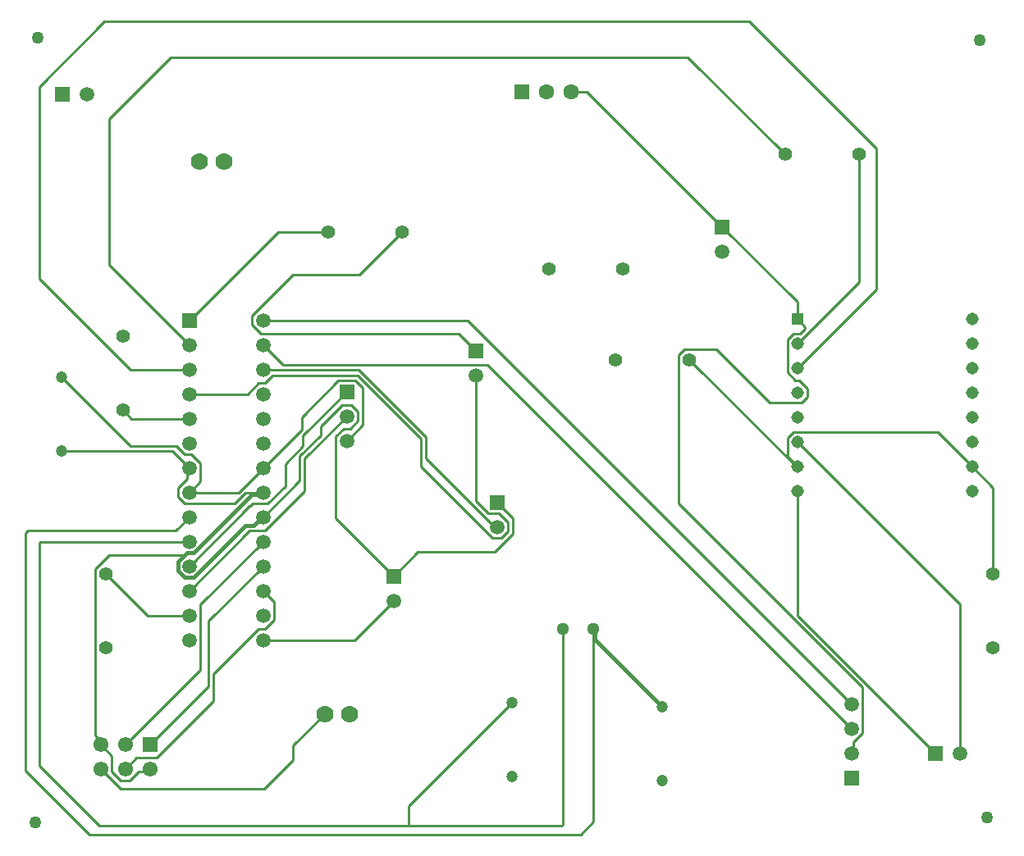
<source format=gbl>
G04*
G04 #@! TF.GenerationSoftware,Altium Limited,Altium Designer,22.3.1 (43)*
G04*
G04 Layer_Physical_Order=2*
G04 Layer_Color=16711680*
%FSLAX43Y43*%
%MOMM*%
G71*
G04*
G04 #@! TF.SameCoordinates,807CCD13-CB5B-4CC3-81D7-37C4D7C0FF8C*
G04*
G04*
G04 #@! TF.FilePolarity,Positive*
G04*
G01*
G75*
%ADD14C,0.254*%
%ADD29C,1.270*%
%ADD30R,1.500X1.500*%
%ADD31C,1.500*%
%ADD32R,1.500X1.500*%
%ADD33C,1.600*%
%ADD34R,1.600X1.600*%
%ADD35C,1.400*%
%ADD36C,1.308*%
%ADD37R,1.308X1.308*%
%ADD38C,1.778*%
%ADD39C,1.200*%
%ADD40C,1.300*%
%ADD41R,1.550X1.550*%
%ADD42C,1.550*%
%ADD43C,0.381*%
D14*
X10651Y30087D02*
X18437D01*
X58293Y77978D02*
X59944D01*
X73914Y64008D01*
X69404Y35415D02*
X88380Y16439D01*
Y11724D02*
Y16439D01*
X81661Y23876D02*
X95885Y9652D01*
X81661Y23876D02*
Y36703D01*
X69404Y35415D02*
Y50740D01*
X87439Y9842D02*
Y10783D01*
X87249Y9652D02*
X87439Y9842D01*
Y10783D02*
X88380Y11724D01*
X98425Y9652D02*
Y25019D01*
X81661Y41783D02*
X98425Y25019D01*
X10160Y85217D02*
X76708D01*
X3429Y78486D02*
X10160Y85217D01*
X3429Y58674D02*
Y78486D01*
Y58674D02*
X12827Y49276D01*
X2032Y7874D02*
X8636Y1270D01*
X2032Y32385D02*
X2286Y32639D01*
X2032Y7874D02*
Y32385D01*
X3429Y8382D02*
Y31347D01*
X3578Y31496D02*
X18923D01*
X3429Y31347D02*
X3578Y31496D01*
X3429Y8382D02*
X9652Y2159D01*
X81661Y49403D02*
X89789Y57531D01*
Y72136D01*
X76708Y85217D02*
X89789Y72136D01*
X8636Y1270D02*
X59309D01*
X9652Y2159D02*
X41529D01*
X26543Y49276D02*
X26555Y49264D01*
X27495Y48629D02*
X36297D01*
X36087Y48121D02*
X36818Y47390D01*
X42517Y30452D02*
X50423D01*
X48514Y35680D02*
X49765Y34429D01*
X26733Y47867D02*
X27495Y48629D01*
X50530Y35560D02*
X50673D01*
X42825Y39269D02*
Y42102D01*
X52312Y32341D02*
Y33921D01*
X51153Y35080D02*
X52312Y33921D01*
X34271Y48121D02*
X36087D01*
X26555Y49264D02*
X36381D01*
X51141Y31889D02*
X51804Y32552D01*
X24944Y46736D02*
X26075Y47867D01*
X36381Y49264D02*
X43333Y42312D01*
X30526Y44376D02*
X34271Y48121D01*
X50423Y30452D02*
X52312Y32341D01*
X50863Y34429D02*
X51804Y33488D01*
X40005Y27940D02*
X42517Y30452D01*
X50050Y35080D02*
X51153D01*
X48514Y35680D02*
Y48641D01*
X49765Y34429D02*
X50863D01*
X36297Y48629D02*
X42825Y42102D01*
X43333Y40143D02*
X50456Y33020D01*
X50050Y35080D02*
X50530Y35560D01*
X26075Y47867D02*
X26733D01*
X50205Y31889D02*
X51141D01*
X50456Y33020D02*
X50673D01*
X51804Y32552D02*
Y33488D01*
X42825Y39269D02*
X50205Y31889D01*
X43333Y40143D02*
Y42312D01*
X36818Y43549D02*
Y47390D01*
X26543Y49022D02*
Y49276D01*
X50673Y33020D02*
Y33147D01*
X50546Y33274D02*
X50673Y33147D01*
X46748Y52947D02*
X48514Y51181D01*
X26353Y52947D02*
X46748D01*
X25412Y53888D02*
X26353Y52947D01*
X25412Y53888D02*
Y54824D01*
X29640Y59053D01*
X36447D01*
X40894Y63500D01*
X47625Y54356D02*
X87249Y14732D01*
X26543Y54356D02*
X47625D01*
X28067Y63500D02*
X33274D01*
X18923Y54356D02*
X28067Y63500D01*
X30526Y43099D02*
Y44376D01*
X18923Y46736D02*
X24944D01*
X70358Y81534D02*
X80391Y71501D01*
X17018Y81534D02*
X70358D01*
X10668Y75184D02*
X17018Y81534D01*
X10668Y60071D02*
X18923Y51816D01*
X10668Y60071D02*
Y75184D01*
X28587Y49772D02*
X49669D01*
X26543Y51816D02*
X28587Y49772D01*
X49669D02*
X87249Y12192D01*
X81661Y54483D02*
X82467Y53677D01*
Y53467D02*
Y53677D01*
X81978Y52978D02*
X82467Y53467D01*
X81232Y52978D02*
X81978D01*
X80626Y52372D02*
X81232Y52978D01*
X80626Y48974D02*
Y52372D01*
Y48974D02*
X81467Y48133D01*
X81855D01*
X82696Y47292D01*
Y46434D02*
Y47292D01*
X82090Y45828D02*
X82696Y46434D01*
X78836Y45828D02*
X82090D01*
X73291Y51373D02*
X78836Y45828D01*
X70037Y51373D02*
X73291D01*
X69404Y50740D02*
X70037Y51373D01*
X81232Y42818D02*
X96120D01*
X80626Y42212D02*
X81232Y42818D01*
X80626Y40278D02*
Y42212D01*
Y40278D02*
X81661Y39243D01*
X99695D02*
X101854Y37084D01*
X96120Y42818D02*
X99695Y39243D01*
X101854Y28194D02*
Y37084D01*
X70485Y50292D02*
X70549D01*
X81598Y39243D01*
X81661D01*
X73914Y64008D02*
X81661Y56261D01*
Y54483D02*
Y56261D01*
Y51943D02*
X88011Y58293D01*
Y71501D01*
X12827Y49276D02*
X18923D01*
X12065Y45085D02*
X12954Y44196D01*
X18923D01*
X30329Y37822D02*
Y40318D01*
X35508Y43180D02*
X36310Y43982D01*
X26543Y39116D02*
X30526Y43099D01*
X32520Y43390D02*
X34711Y45581D01*
X34048Y33897D02*
Y42378D01*
X32520Y42509D02*
Y43390D01*
X36310Y43982D02*
Y44918D01*
X34711Y45581D02*
X35647D01*
X35179Y41910D02*
X36818Y43549D01*
X34850Y43180D02*
X35508D01*
X35647Y45581D02*
X36310Y44918D01*
X30329Y40318D02*
X32520Y42509D01*
X34048Y42378D02*
X34850Y43180D01*
X26543Y34036D02*
X30329Y37822D01*
X28828Y37262D02*
Y39536D01*
X30645Y41353D01*
X30837Y36731D02*
Y40108D01*
X34048Y33897D02*
X40005Y27940D01*
X30837Y40108D02*
X35179Y44450D01*
X30645Y41353D02*
Y42456D01*
X27011Y35445D02*
X28828Y37262D01*
X30645Y42456D02*
X35179Y46990D01*
X26733Y32627D02*
X30837Y36731D01*
X25134Y32627D02*
X26733D01*
X9779Y10541D02*
X10935Y9385D01*
Y7750D02*
Y9385D01*
Y7750D02*
X11840Y6845D01*
X12798D01*
X13706Y7753D01*
X14611D01*
X14859Y8001D01*
X26733Y22467D02*
X27674Y23408D01*
Y25285D01*
X26543Y26416D02*
X27674Y25285D01*
X26075Y22467D02*
X26733D01*
X21414Y15007D02*
Y17806D01*
X26075Y22467D01*
X15564Y9157D02*
X21414Y15007D01*
X13475Y9157D02*
X15564D01*
X12319Y8001D02*
X13475Y9157D01*
X26648Y5969D02*
X29625Y8946D01*
X11811Y5969D02*
X26648D01*
X29625Y10448D02*
X32893Y13716D01*
X29625Y8946D02*
Y10448D01*
X9779Y8001D02*
X11811Y5969D01*
X41529Y2159D02*
X57356D01*
X41529Y4191D02*
X52197Y14859D01*
X41529Y2159D02*
Y4191D01*
X23590Y35445D02*
X24721Y36576D01*
X18455Y35445D02*
X23590D01*
X17792Y36108D02*
X18455Y35445D01*
X17792Y36108D02*
Y37044D01*
X25178Y35167D02*
X25456Y35445D01*
X25134Y35167D02*
X25178D01*
X18923Y28956D02*
X25134Y35167D01*
X25456Y35445D02*
X27011D01*
X9206Y11465D02*
Y28642D01*
X20054Y25007D02*
X26543Y31496D01*
X9779Y10541D02*
Y10892D01*
X20054Y18276D02*
Y25007D01*
X20906Y16588D02*
Y23319D01*
X26543Y28956D01*
X9206Y28642D02*
X10651Y30087D01*
X9206Y11465D02*
X9779Y10892D01*
X18923Y26416D02*
X25134Y32627D01*
X2286Y32639D02*
X17526D01*
X18923Y34036D01*
X24721Y36576D02*
X26543D01*
X17792Y37044D02*
X18733Y37985D01*
Y38926D01*
X18923Y39116D01*
X20054Y37707D02*
Y39584D01*
X19113Y40525D02*
X20054Y39584D01*
X18455Y40525D02*
X19113D01*
X18923Y36576D02*
X20054Y37707D01*
X24003Y36576D02*
X26543Y39116D01*
X18923Y36576D02*
X24003D01*
X57505Y2308D02*
Y22479D01*
X57356Y2159D02*
X57505Y2308D01*
X59309Y1270D02*
X60605Y2566D01*
Y22479D01*
X35941Y21336D02*
X40005Y25400D01*
X26543Y21336D02*
X35941D01*
X10287Y28194D02*
X14605Y23876D01*
X18923D01*
X17578Y41402D02*
X18455Y40525D01*
X12827Y41402D02*
X17578D01*
X5715Y48514D02*
X12827Y41402D01*
X17145Y40894D02*
X18923Y39116D01*
X5715Y40894D02*
X17145D01*
X12319Y10541D02*
X20054Y18276D01*
X14859Y10541D02*
X20906Y16588D01*
D29*
X3048Y2540D02*
D03*
X101219Y3048D02*
D03*
X100457Y83312D02*
D03*
X3302Y83566D02*
D03*
D30*
X40005Y27940D02*
D03*
X35179Y46990D02*
D03*
X50673Y35560D02*
D03*
X73914Y64008D02*
D03*
X48514Y51181D02*
D03*
X87249Y7112D02*
D03*
D31*
X40005Y25400D02*
D03*
X35179Y44450D02*
D03*
Y41910D02*
D03*
X8382Y77724D02*
D03*
X50673Y33020D02*
D03*
X26543Y21336D02*
D03*
Y23876D02*
D03*
Y26416D02*
D03*
Y28956D02*
D03*
Y31496D02*
D03*
Y34036D02*
D03*
Y36576D02*
D03*
Y39116D02*
D03*
Y41656D02*
D03*
Y44196D02*
D03*
Y46736D02*
D03*
Y49276D02*
D03*
Y51816D02*
D03*
Y54356D02*
D03*
X18923Y21336D02*
D03*
Y23876D02*
D03*
Y26416D02*
D03*
Y28956D02*
D03*
Y31496D02*
D03*
Y34036D02*
D03*
Y36576D02*
D03*
Y39116D02*
D03*
Y41656D02*
D03*
Y44196D02*
D03*
Y46736D02*
D03*
Y49276D02*
D03*
Y51816D02*
D03*
X73914Y61468D02*
D03*
X48514Y48641D02*
D03*
X98425Y9652D02*
D03*
X87249Y14732D02*
D03*
Y12192D02*
D03*
Y9652D02*
D03*
D32*
X5842Y77724D02*
D03*
X18923Y54356D02*
D03*
X95885Y9652D02*
D03*
D33*
X58293Y77978D02*
D03*
X55753D02*
D03*
D34*
X53213D02*
D03*
D35*
X88011Y71501D02*
D03*
X80391D02*
D03*
X12065Y52705D02*
D03*
Y45085D02*
D03*
X40894Y63500D02*
D03*
X33274D02*
D03*
X101854Y20574D02*
D03*
Y28194D02*
D03*
X62865Y50292D02*
D03*
X70485D02*
D03*
X56007Y59690D02*
D03*
X63627D02*
D03*
X10287Y20574D02*
D03*
Y28194D02*
D03*
D36*
X99695Y36703D02*
D03*
X81661D02*
D03*
X99695Y54483D02*
D03*
Y39243D02*
D03*
X81661D02*
D03*
X99695Y51943D02*
D03*
X81661D02*
D03*
X99695Y41783D02*
D03*
Y49403D02*
D03*
X81661D02*
D03*
Y41783D02*
D03*
X99695Y44323D02*
D03*
Y46863D02*
D03*
X81661Y44323D02*
D03*
Y46863D02*
D03*
D37*
Y54483D02*
D03*
D38*
X22479Y70739D02*
D03*
X19939D02*
D03*
X35433Y13716D02*
D03*
X32893D02*
D03*
D39*
X5715Y40894D02*
D03*
Y48514D02*
D03*
X67691Y14478D02*
D03*
Y6858D02*
D03*
X52197Y14859D02*
D03*
Y7239D02*
D03*
D40*
X57505Y22479D02*
D03*
X60605D02*
D03*
D41*
X14859Y10541D02*
D03*
D42*
Y8001D02*
D03*
X12319Y10541D02*
D03*
X9779D02*
D03*
X12319Y8001D02*
D03*
X9779D02*
D03*
D43*
X18437Y30087D02*
X18702Y30352D01*
X17779Y29430D02*
X18437Y30087D01*
X18702Y30352D02*
X19397D01*
X26329Y36362D02*
X26543Y36576D01*
X19397Y30352D02*
X25406Y36362D01*
X18449Y27812D02*
X19397D01*
X17779Y28482D02*
Y29430D01*
X19397Y27812D02*
X24732Y33148D01*
X25406Y36362D02*
X26329D01*
X24732Y33148D02*
X25562D01*
X17779Y28482D02*
X18449Y27812D01*
X25562Y33148D02*
X26451Y34036D01*
X26543D01*
X60781Y21388D02*
Y22303D01*
Y21388D02*
X67691Y14478D01*
X60605Y22479D02*
X60781Y22303D01*
M02*

</source>
